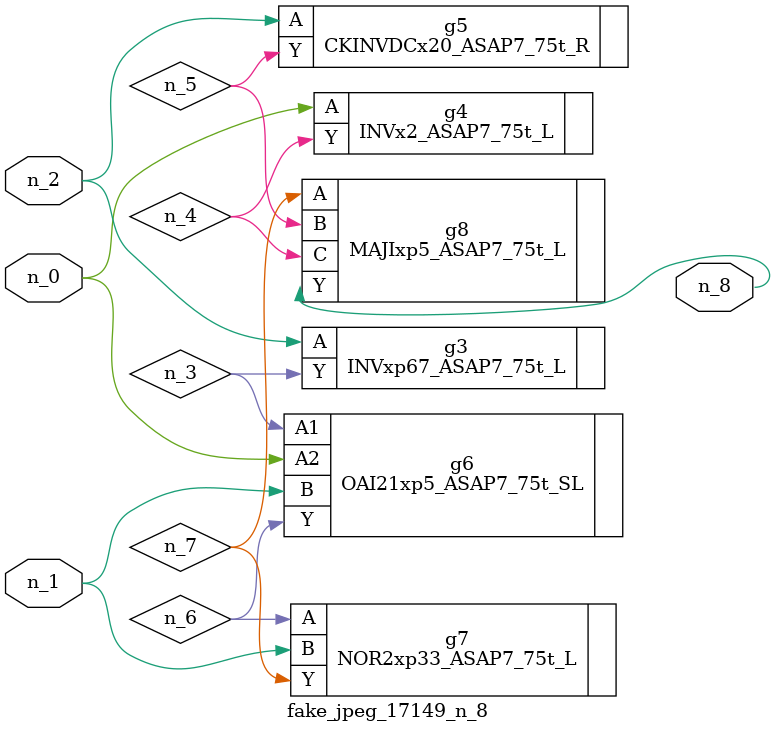
<source format=v>
module fake_jpeg_17149_n_8 (n_0, n_2, n_1, n_8);

input n_0;
input n_2;
input n_1;

output n_8;

wire n_3;
wire n_4;
wire n_6;
wire n_5;
wire n_7;

INVxp67_ASAP7_75t_L g3 ( 
.A(n_2),
.Y(n_3)
);

INVx2_ASAP7_75t_L g4 ( 
.A(n_0),
.Y(n_4)
);

CKINVDCx20_ASAP7_75t_R g5 ( 
.A(n_2),
.Y(n_5)
);

OAI21xp5_ASAP7_75t_SL g6 ( 
.A1(n_3),
.A2(n_0),
.B(n_1),
.Y(n_6)
);

NOR2xp33_ASAP7_75t_L g7 ( 
.A(n_6),
.B(n_1),
.Y(n_7)
);

MAJIxp5_ASAP7_75t_L g8 ( 
.A(n_7),
.B(n_5),
.C(n_4),
.Y(n_8)
);


endmodule
</source>
